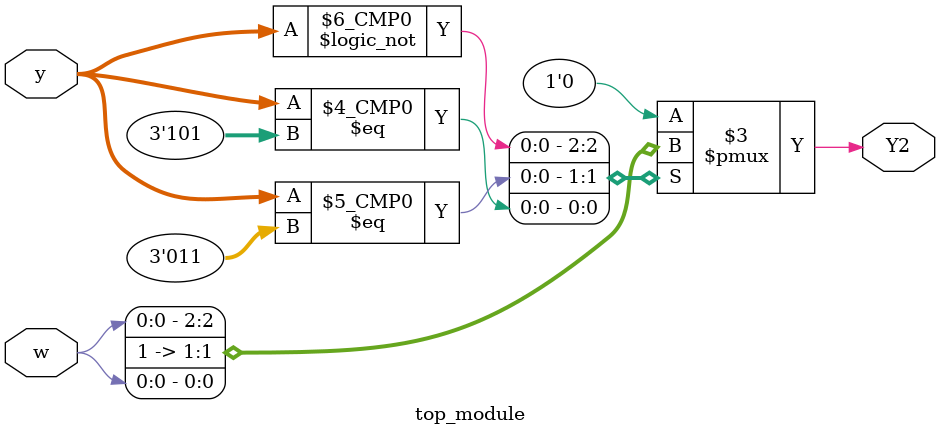
<source format=sv>
module top_module(
    input [3:1] y,
    input w,
    output reg Y2
);

always @(*) begin
    case (y)
        3'b000: Y2 = w;
        3'b001: Y2 = 1'b0;
        3'b010: Y2 = 1'b0;
        3'b011: Y2 = 1'b1;
        3'b100: Y2 = 1'b0;
        3'b101: Y2 = w;
        default: Y2 = 1'b0;
    endcase
end

endmodule

</source>
